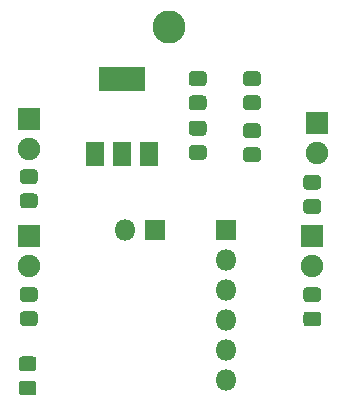
<source format=gbr>
%TF.GenerationSoftware,KiCad,Pcbnew,(5.1.6)-1*%
%TF.CreationDate,2020-09-30T20:40:37+02:00*%
%TF.ProjectId,ESP_test,4553505f-7465-4737-942e-6b696361645f,rev?*%
%TF.SameCoordinates,Original*%
%TF.FileFunction,Soldermask,Top*%
%TF.FilePolarity,Negative*%
%FSLAX46Y46*%
G04 Gerber Fmt 4.6, Leading zero omitted, Abs format (unit mm)*
G04 Created by KiCad (PCBNEW (5.1.6)-1) date 2020-09-30 20:40:37*
%MOMM*%
%LPD*%
G01*
G04 APERTURE LIST*
%ADD10C,2.800000*%
%ADD11O,1.800000X1.800000*%
%ADD12R,1.800000X1.800000*%
%ADD13C,1.900000*%
%ADD14R,1.900000X1.900000*%
%ADD15R,1.600000X2.100000*%
%ADD16R,3.900000X2.100000*%
G04 APERTURE END LIST*
D10*
%TO.C,H1*%
X134400000Y-56800000D03*
%TD*%
D11*
%TO.C,J1*%
X139200000Y-86700000D03*
X139200000Y-84160000D03*
X139200000Y-81620000D03*
X139200000Y-79080000D03*
X139200000Y-76540000D03*
D12*
X139200000Y-74000000D03*
%TD*%
%TO.C,R5*%
G36*
G01*
X140921738Y-62625000D02*
X141878262Y-62625000D01*
G75*
G02*
X142150000Y-62896738I0J-271738D01*
G01*
X142150000Y-63603262D01*
G75*
G02*
X141878262Y-63875000I-271738J0D01*
G01*
X140921738Y-63875000D01*
G75*
G02*
X140650000Y-63603262I0J271738D01*
G01*
X140650000Y-62896738D01*
G75*
G02*
X140921738Y-62625000I271738J0D01*
G01*
G37*
G36*
G01*
X140921738Y-60575000D02*
X141878262Y-60575000D01*
G75*
G02*
X142150000Y-60846738I0J-271738D01*
G01*
X142150000Y-61553262D01*
G75*
G02*
X141878262Y-61825000I-271738J0D01*
G01*
X140921738Y-61825000D01*
G75*
G02*
X140650000Y-61553262I0J271738D01*
G01*
X140650000Y-60846738D01*
G75*
G02*
X140921738Y-60575000I271738J0D01*
G01*
G37*
%TD*%
D13*
%TO.C,D4*%
X146500000Y-77040000D03*
D14*
X146500000Y-74500000D03*
%TD*%
D15*
%TO.C,U2*%
X128100000Y-67550000D03*
X132700000Y-67550000D03*
X130400000Y-67550000D03*
D16*
X130400000Y-61250000D03*
%TD*%
%TO.C,C4*%
G36*
G01*
X136321738Y-62625000D02*
X137278262Y-62625000D01*
G75*
G02*
X137550000Y-62896738I0J-271738D01*
G01*
X137550000Y-63603262D01*
G75*
G02*
X137278262Y-63875000I-271738J0D01*
G01*
X136321738Y-63875000D01*
G75*
G02*
X136050000Y-63603262I0J271738D01*
G01*
X136050000Y-62896738D01*
G75*
G02*
X136321738Y-62625000I271738J0D01*
G01*
G37*
G36*
G01*
X136321738Y-60575000D02*
X137278262Y-60575000D01*
G75*
G02*
X137550000Y-60846738I0J-271738D01*
G01*
X137550000Y-61553262D01*
G75*
G02*
X137278262Y-61825000I-271738J0D01*
G01*
X136321738Y-61825000D01*
G75*
G02*
X136050000Y-61553262I0J271738D01*
G01*
X136050000Y-60846738D01*
G75*
G02*
X136321738Y-60575000I271738J0D01*
G01*
G37*
%TD*%
%TO.C,C3*%
G36*
G01*
X136321738Y-66825000D02*
X137278262Y-66825000D01*
G75*
G02*
X137550000Y-67096738I0J-271738D01*
G01*
X137550000Y-67803262D01*
G75*
G02*
X137278262Y-68075000I-271738J0D01*
G01*
X136321738Y-68075000D01*
G75*
G02*
X136050000Y-67803262I0J271738D01*
G01*
X136050000Y-67096738D01*
G75*
G02*
X136321738Y-66825000I271738J0D01*
G01*
G37*
G36*
G01*
X136321738Y-64775000D02*
X137278262Y-64775000D01*
G75*
G02*
X137550000Y-65046738I0J-271738D01*
G01*
X137550000Y-65753262D01*
G75*
G02*
X137278262Y-66025000I-271738J0D01*
G01*
X136321738Y-66025000D01*
G75*
G02*
X136050000Y-65753262I0J271738D01*
G01*
X136050000Y-65046738D01*
G75*
G02*
X136321738Y-64775000I271738J0D01*
G01*
G37*
%TD*%
%TO.C,C2*%
G36*
G01*
X140921738Y-67025000D02*
X141878262Y-67025000D01*
G75*
G02*
X142150000Y-67296738I0J-271738D01*
G01*
X142150000Y-68003262D01*
G75*
G02*
X141878262Y-68275000I-271738J0D01*
G01*
X140921738Y-68275000D01*
G75*
G02*
X140650000Y-68003262I0J271738D01*
G01*
X140650000Y-67296738D01*
G75*
G02*
X140921738Y-67025000I271738J0D01*
G01*
G37*
G36*
G01*
X140921738Y-64975000D02*
X141878262Y-64975000D01*
G75*
G02*
X142150000Y-65246738I0J-271738D01*
G01*
X142150000Y-65953262D01*
G75*
G02*
X141878262Y-66225000I-271738J0D01*
G01*
X140921738Y-66225000D01*
G75*
G02*
X140650000Y-65953262I0J271738D01*
G01*
X140650000Y-65246738D01*
G75*
G02*
X140921738Y-64975000I271738J0D01*
G01*
G37*
%TD*%
D13*
%TO.C,D3*%
X122500000Y-77040000D03*
D14*
X122500000Y-74500000D03*
%TD*%
D13*
%TO.C,D2*%
X146900000Y-67500000D03*
D14*
X146900000Y-64960000D03*
%TD*%
D13*
%TO.C,D1*%
X122500000Y-67200000D03*
D14*
X122500000Y-64660000D03*
%TD*%
D11*
%TO.C,J2*%
X130660000Y-74000000D03*
D12*
X133200000Y-74000000D03*
%TD*%
%TO.C,R4*%
G36*
G01*
X146978262Y-80125000D02*
X146021738Y-80125000D01*
G75*
G02*
X145750000Y-79853262I0J271738D01*
G01*
X145750000Y-79146738D01*
G75*
G02*
X146021738Y-78875000I271738J0D01*
G01*
X146978262Y-78875000D01*
G75*
G02*
X147250000Y-79146738I0J-271738D01*
G01*
X147250000Y-79853262D01*
G75*
G02*
X146978262Y-80125000I-271738J0D01*
G01*
G37*
G36*
G01*
X146978262Y-82175000D02*
X146021738Y-82175000D01*
G75*
G02*
X145750000Y-81903262I0J271738D01*
G01*
X145750000Y-81196738D01*
G75*
G02*
X146021738Y-80925000I271738J0D01*
G01*
X146978262Y-80925000D01*
G75*
G02*
X147250000Y-81196738I0J-271738D01*
G01*
X147250000Y-81903262D01*
G75*
G02*
X146978262Y-82175000I-271738J0D01*
G01*
G37*
%TD*%
%TO.C,R3*%
G36*
G01*
X122978262Y-80100000D02*
X122021738Y-80100000D01*
G75*
G02*
X121750000Y-79828262I0J271738D01*
G01*
X121750000Y-79121738D01*
G75*
G02*
X122021738Y-78850000I271738J0D01*
G01*
X122978262Y-78850000D01*
G75*
G02*
X123250000Y-79121738I0J-271738D01*
G01*
X123250000Y-79828262D01*
G75*
G02*
X122978262Y-80100000I-271738J0D01*
G01*
G37*
G36*
G01*
X122978262Y-82150000D02*
X122021738Y-82150000D01*
G75*
G02*
X121750000Y-81878262I0J271738D01*
G01*
X121750000Y-81171738D01*
G75*
G02*
X122021738Y-80900000I271738J0D01*
G01*
X122978262Y-80900000D01*
G75*
G02*
X123250000Y-81171738I0J-271738D01*
G01*
X123250000Y-81878262D01*
G75*
G02*
X122978262Y-82150000I-271738J0D01*
G01*
G37*
%TD*%
%TO.C,R2*%
G36*
G01*
X146021738Y-71400000D02*
X146978262Y-71400000D01*
G75*
G02*
X147250000Y-71671738I0J-271738D01*
G01*
X147250000Y-72378262D01*
G75*
G02*
X146978262Y-72650000I-271738J0D01*
G01*
X146021738Y-72650000D01*
G75*
G02*
X145750000Y-72378262I0J271738D01*
G01*
X145750000Y-71671738D01*
G75*
G02*
X146021738Y-71400000I271738J0D01*
G01*
G37*
G36*
G01*
X146021738Y-69350000D02*
X146978262Y-69350000D01*
G75*
G02*
X147250000Y-69621738I0J-271738D01*
G01*
X147250000Y-70328262D01*
G75*
G02*
X146978262Y-70600000I-271738J0D01*
G01*
X146021738Y-70600000D01*
G75*
G02*
X145750000Y-70328262I0J271738D01*
G01*
X145750000Y-69621738D01*
G75*
G02*
X146021738Y-69350000I271738J0D01*
G01*
G37*
%TD*%
%TO.C,C1*%
G36*
G01*
X121921738Y-86775000D02*
X122878262Y-86775000D01*
G75*
G02*
X123150000Y-87046738I0J-271738D01*
G01*
X123150000Y-87753262D01*
G75*
G02*
X122878262Y-88025000I-271738J0D01*
G01*
X121921738Y-88025000D01*
G75*
G02*
X121650000Y-87753262I0J271738D01*
G01*
X121650000Y-87046738D01*
G75*
G02*
X121921738Y-86775000I271738J0D01*
G01*
G37*
G36*
G01*
X121921738Y-84725000D02*
X122878262Y-84725000D01*
G75*
G02*
X123150000Y-84996738I0J-271738D01*
G01*
X123150000Y-85703262D01*
G75*
G02*
X122878262Y-85975000I-271738J0D01*
G01*
X121921738Y-85975000D01*
G75*
G02*
X121650000Y-85703262I0J271738D01*
G01*
X121650000Y-84996738D01*
G75*
G02*
X121921738Y-84725000I271738J0D01*
G01*
G37*
%TD*%
%TO.C,R1*%
G36*
G01*
X122021738Y-70925000D02*
X122978262Y-70925000D01*
G75*
G02*
X123250000Y-71196738I0J-271738D01*
G01*
X123250000Y-71903262D01*
G75*
G02*
X122978262Y-72175000I-271738J0D01*
G01*
X122021738Y-72175000D01*
G75*
G02*
X121750000Y-71903262I0J271738D01*
G01*
X121750000Y-71196738D01*
G75*
G02*
X122021738Y-70925000I271738J0D01*
G01*
G37*
G36*
G01*
X122021738Y-68875000D02*
X122978262Y-68875000D01*
G75*
G02*
X123250000Y-69146738I0J-271738D01*
G01*
X123250000Y-69853262D01*
G75*
G02*
X122978262Y-70125000I-271738J0D01*
G01*
X122021738Y-70125000D01*
G75*
G02*
X121750000Y-69853262I0J271738D01*
G01*
X121750000Y-69146738D01*
G75*
G02*
X122021738Y-68875000I271738J0D01*
G01*
G37*
%TD*%
M02*

</source>
